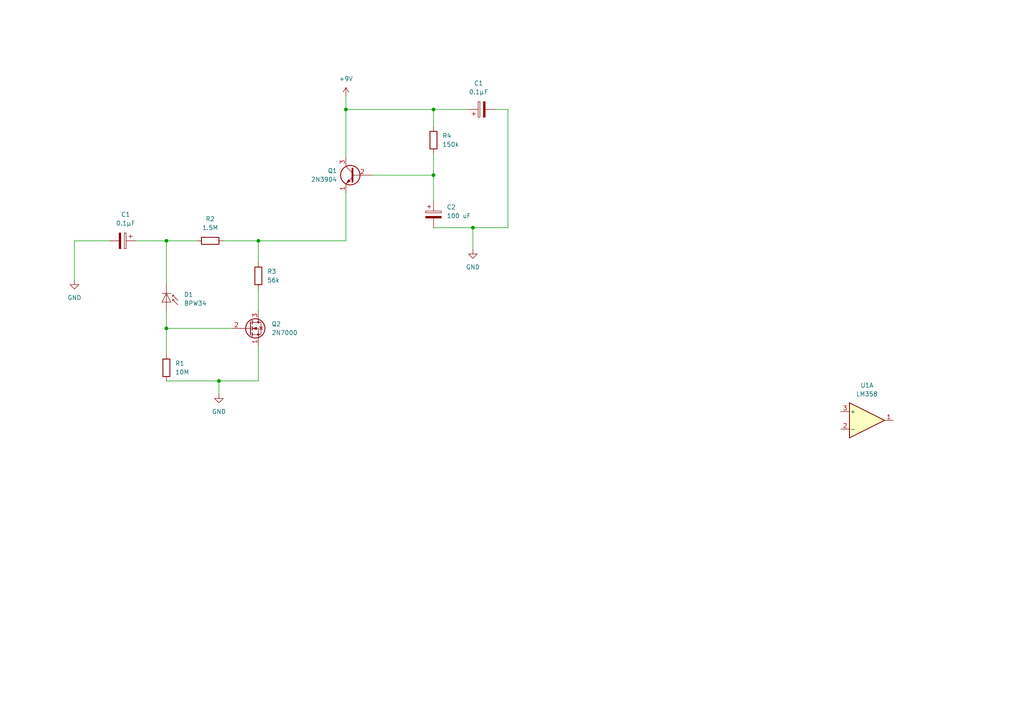
<source format=kicad_sch>
(kicad_sch (version 20211123) (generator eeschema)
  (paper "A4")
  (lib_symbols
    (symbol "Amplifier_Operational:LM358" (pin_names (offset 0.127))
      (property "Reference" "U" (at 0 5.08 0))
      (property "Value" "LM358" (at 0 -5.08 0))
      (symbol "LM358_1_1"
        (polyline (pts (xy -5.08 5.08) (xy 5.08 0) (xy -5.08 -5.08) (xy -5.08 5.08)) (stroke (width 0.254)) (fill (type background)))
        (pin output line (at 7.62 0 180) (length 2.54) (name "~") (number "1"))
        (pin input line (at -7.62 -2.54 0) (length 2.54) (name "-") (number "2"))
        (pin input line (at -7.62 2.54 0) (length 2.54) (name "+") (number "3"))
      )
      (symbol "LM358_2_1"
        (polyline (pts (xy -5.08 5.08) (xy 5.08 0) (xy -5.08 -5.08) (xy -5.08 5.08)) (stroke (width 0.254)) (fill (type background)))
        (pin input line (at -7.62 2.54 0) (length 2.54) (name "+") (number "5"))
        (pin input line (at -7.62 -2.54 0) (length 2.54) (name "-") (number "6"))
        (pin output line (at 7.62 0 180) (length 2.54) (name "~") (number "7"))
      )
      (symbol "LM358_3_1"
        (pin power_in line (at -2.54 -7.62 90) (length 3.81) (name "V-") (number "4"))
        (pin power_in line (at -2.54 7.62 270) (length 3.81) (name "V+") (number "8"))
      )
    )
    (symbol "Device:Buzzer" (pin_names (offset 0.0254) hide)
      (property "Reference" "BZ" (at 3.81 1.27 0))
      (property "Value" "Buzzer" (at 3.81 -1.27 0))
      (symbol "Buzzer_0_1"
        (arc (start 0 -3.175) (mid 3.175 0) (end 0 3.175))
        (polyline (pts (xy -1.651 1.905) (xy -1.143 1.905)))
        (polyline (pts (xy -1.397 2.159) (xy -1.397 1.651)))
        (polyline (pts (xy 0 3.175) (xy 0 -3.175)))
      )
      (symbol "Buzzer_1_1"
        (pin passive line (at -2.54 2.54 0) (length 2.54) (name "-") (number "1"))
        (pin passive line (at -2.54 -2.54 0) (length 2.54) (name "+") (number "2"))
      )
    )
    (symbol "Device:C_Polarized" (pin_numbers hide) (pin_names (offset 0.254))
      (property "Reference" "C" (at 0.635 2.54 0))
      (property "Value" "C_Polarized" (at 0.635 -2.54 0))
      (symbol "C_Polarized_0_1"
        (rectangle (start -2.286 0.508) (end 2.286 1.016))
        (polyline (pts (xy -1.778 2.286) (xy -0.762 2.286)))
        (polyline (pts (xy -1.27 2.794) (xy -1.27 1.778)))
        (rectangle (start 2.286 -0.508) (end -2.286 -1.016) (fill (type outline)))
      )
      (symbol "C_Polarized_1_1"
        (pin passive line (at 0 3.81 270) (length 2.794) (name "~") (number "1"))
        (pin passive line (at 0 -3.81 90) (length 2.794) (name "~") (number "2"))
      )
    )
    (symbol "Device:R" (pin_numbers hide) (pin_names (offset 0))
      (property "Reference" "R" (at 2.032 0 90))
      (property "Value" "R" (at 0 0 90))
      (symbol "R_0_1"
        (rectangle (start -1.016 -2.54) (end 1.016 2.54) (stroke (width 0.254)))
      )
      (symbol "R_1_1"
        (pin passive line (at 0 3.81 270) (length 1.27) (name "~") (number "1"))
        (pin passive line (at 0 -3.81 90) (length 1.27) (name "~") (number "2"))
      )
    )
    (symbol "Device:R_Potentiometer" (pin_names (offset 1.016) hide)
      (property "Reference" "RV" (at -4.445 0 90))
      (property "Value" "R_Potentiometer" (at -2.54 0 90))
      (symbol "R_Potentiometer_0_1"
        (polyline (pts (xy 2.54 0) (xy 1.524 0)))
        (polyline (pts (xy 1.143 0) (xy 2.286 0.508) (xy 2.286 -0.508) (xy 1.143 0)) (fill (type outline)))
        (rectangle (start 1.016 2.54) (end -1.016 -2.54) (stroke (width 0.254)))
      )
      (symbol "R_Potentiometer_1_1"
        (pin passive line (at 0 3.81 270) (length 1.27) (name "1") (number "1"))
        (pin passive line (at 3.81 0 180) (length 1.27) (name "2") (number "2"))
        (pin passive line (at 0 -3.81 90) (length 1.27) (name "3") (number "3"))
      )
    )
    (symbol "Sensor_Optical:BPW34" (pin_numbers hide) (pin_names (offset 1.016) hide)
      (property "Reference" "D" (at 0.508 1.778 0))
      (property "Value" "BPW34" (at -1.016 -2.794 0))
      (symbol "BPW34_0_1"
        (polyline (pts (xy -2.54 1.27) (xy -2.54 -1.27)) (stroke (width 0.1524)))
        (polyline (pts (xy -2.032 1.778) (xy -1.524 1.778)))
        (polyline (pts (xy 0 -1.27) (xy 0 1.27)))
        (polyline (pts (xy 0 0) (xy -2.54 0)))
        (polyline (pts (xy -0.508 3.302) (xy -2.032 1.778) (xy -2.032 2.286)))
        (polyline (pts (xy 0 1.27) (xy -2.54 0) (xy 0 -1.27)))
        (polyline (pts (xy 0.762 3.302) (xy -0.762 1.778) (xy -0.762 2.286) (xy -0.762 1.778) (xy -0.254 1.778)))
      )
      (symbol "BPW34_1_1"
        (pin passive line (at -5.08 0 0) (length 2.54) (name "K") (number "1"))
        (pin passive line (at 2.54 0 180) (length 2.54) (name "A") (number "2"))
      )
    )
    (symbol "Switch:SW_SPST" (pin_names (offset 0) hide)
      (property "Reference" "SW" (at 0 3.175 0))
      (property "Value" "SW_SPST" (at 0 -2.54 0))
      (symbol "SW_SPST_0_0"
        (circle (center -2.032 0) (radius 0.508))
        (polyline (pts (xy -1.524 0.254) (xy 1.524 1.778)))
        (circle (center 2.032 0) (radius 0.508))
      )
      (symbol "SW_SPST_1_1"
        (pin passive line (at -5.08 0 0) (length 2.54) (name "A") (number "1"))
        (pin passive line (at 5.08 0 180) (length 2.54) (name "B") (number "2"))
      )
    )
    (symbol "Transistor_BJT:2N3904" (pin_names (offset 0) hide)
      (property "Reference" "Q" (at 5.08 1.905 0))
      (property "Value" "2N3904" (at 5.08 0 0))
      (symbol "2N3904_0_1"
        (polyline (pts (xy 0.635 0.635) (xy 2.54 2.54)))
        (polyline (pts (xy 0.635 -0.635) (xy 2.54 -2.54) (xy 2.54 -2.54)))
        (polyline (pts (xy 0.635 1.905) (xy 0.635 -1.905) (xy 0.635 -1.905)) (stroke (width 0.508)))
        (polyline (pts (xy 1.27 -1.778) (xy 1.778 -1.27) (xy 2.286 -2.286) (xy 1.27 -1.778) (xy 1.27 -1.778)) (fill (type outline)))
        (circle (center 1.27 0) (radius 2.8194) (stroke (width 0.254)))
      )
      (symbol "2N3904_1_1"
        (pin passive line (at 2.54 -5.08 90) (length 2.54) (name "E") (number "1"))
        (pin passive line (at -5.08 0 0) (length 5.715) (name "B") (number "2"))
        (pin passive line (at 2.54 5.08 270) (length 2.54) (name "C") (number "3"))
      )
    )
    (symbol "Transistor_FET:2N7000" (pin_names hide)
      (property "Reference" "Q" (at 5.08 1.905 0))
      (property "Value" "2N7000" (at 5.08 0 0))
      (symbol "2N7000_0_1"
        (polyline (pts (xy 0.254 0) (xy -2.54 0)))
        (polyline (pts (xy 0.254 1.905) (xy 0.254 -1.905)) (stroke (width 0.254)))
        (polyline (pts (xy 0.762 -1.27) (xy 0.762 -2.286)) (stroke (width 0.254)))
        (polyline (pts (xy 0.762 0.508) (xy 0.762 -0.508)) (stroke (width 0.254)))
        (polyline (pts (xy 0.762 2.286) (xy 0.762 1.27)) (stroke (width 0.254)))
        (polyline (pts (xy 2.54 2.54) (xy 2.54 1.778)))
        (polyline (pts (xy 2.54 -2.54) (xy 2.54 0) (xy 0.762 0)))
        (polyline (pts (xy 0.762 -1.778) (xy 3.302 -1.778) (xy 3.302 1.778) (xy 0.762 1.778)))
        (polyline (pts (xy 1.016 0) (xy 2.032 0.381) (xy 2.032 -0.381) (xy 1.016 0)) (fill (type outline)))
        (polyline (pts (xy 2.794 0.508) (xy 2.921 0.381) (xy 3.683 0.381) (xy 3.81 0.254)))
        (polyline (pts (xy 3.302 0.381) (xy 2.921 -0.254) (xy 3.683 -0.254) (xy 3.302 0.381)))
        (circle (center 1.651 0) (radius 2.794) (stroke (width 0.254)))
        (circle (center 2.54 -1.778) (radius 0.254) (fill (type outline)))
        (circle (center 2.54 1.778) (radius 0.254) (fill (type outline)))
      )
      (symbol "2N7000_1_1"
        (pin passive line (at 2.54 -5.08 90) (length 2.54) (name "S") (number "1"))
        (pin input line (at -5.08 0 0) (length 2.54) (name "G") (number "2"))
        (pin passive line (at 2.54 5.08 270) (length 2.54) (name "D") (number "3"))
      )
    )
    (symbol "power:+9V" (power) (pin_names (offset 0))
      (property "Value" "+9V" (at 0 3.556 0))
      (symbol "+9V_0_1"
        (polyline (pts (xy -0.762 1.27) (xy 0 2.54)))
        (polyline (pts (xy 0 0) (xy 0 2.54)))
        (polyline (pts (xy 0 2.54) (xy 0.762 1.27)))
      )
      (symbol "+9V_1_1"
        (pin power_in line (at 0 0 90) (length 0) hide (name "+9V") (number "1"))
      )
    )
    (symbol "power:GND" (power) (pin_names (offset 0))
      (property "Value" "GND" (at 0 -3.81 0))
      (symbol "GND_0_1"
        (polyline (pts (xy 0 0) (xy 0 -1.27) (xy 1.27 -1.27) (xy 0 -2.54) (xy -1.27 -1.27) (xy 0 -1.27)))
      )
      (symbol "GND_1_1"
        (pin power_in line (at 0 0 270) (length 0) hide (name "GND") (number "1"))
      )
    )
  )
  (junction (at 48.26 69.85))
  (junction (at 48.26 95.25))
  (junction (at 125.73 31.75))
  (junction (at 125.73 50.8))
  (junction (at 100.33 31.75))
  (junction (at 74.93 69.85))
  (junction (at 137.16 66.04))
  (junction (at 63.5 110.49))
  (wire (pts (xy 137.16 66.04) (xy 137.16 72.39)))
  (wire (pts (xy 48.26 69.85) (xy 48.26 82.55)))
  (wire (pts (xy 100.33 55.88) (xy 100.33 69.85)))
  (wire (pts (xy 48.26 69.85) (xy 57.15 69.85)))
  (wire (pts (xy 143.51 31.75) (xy 147.32 31.75)))
  (wire (pts (xy 100.33 69.85) (xy 74.93 69.85)))
  (wire (pts (xy 48.26 95.25) (xy 48.26 102.87)))
  (wire (pts (xy 125.73 31.75) (xy 125.73 36.83)))
  (wire (pts (xy 74.93 83.82) (xy 74.93 90.17)))
  (wire (pts (xy 39.37 69.85) (xy 48.26 69.85)))
  (wire (pts (xy 137.16 66.04) (xy 147.32 66.04)))
  (wire (pts (xy 147.32 31.75) (xy 147.32 66.04)))
  (wire (pts (xy 107.95 50.8) (xy 125.73 50.8)))
  (wire (pts (xy 100.33 27.94) (xy 100.33 31.75)))
  (wire (pts (xy 125.73 50.8) (xy 125.73 58.42)))
  (wire (pts (xy 64.77 69.85) (xy 74.93 69.85)))
  (wire (pts (xy 125.73 31.75) (xy 135.89 31.75)))
  (wire (pts (xy 125.73 66.04) (xy 137.16 66.04)))
  (wire (pts (xy 21.59 81.28) (xy 21.59 69.85)))
  (wire (pts (xy 63.5 110.49) (xy 74.93 110.49)))
  (wire (pts (xy 74.93 100.33) (xy 74.93 110.49)))
  (wire (pts (xy 21.59 69.85) (xy 31.75 69.85)))
  (wire (pts (xy 74.93 69.85) (xy 74.93 76.2)))
  (wire (pts (xy 63.5 110.49) (xy 63.5 114.3)))
  (wire (pts (xy 48.26 90.17) (xy 48.26 95.25)))
  (wire (pts (xy 48.26 110.49) (xy 63.5 110.49)))
  (wire (pts (xy 100.33 31.75) (xy 125.73 31.75)))
  (wire (pts (xy 100.33 31.75) (xy 100.33 45.72)))
  (wire (pts (xy 125.73 44.45) (xy 125.73 50.8)))
  (wire (pts (xy 48.26 95.25) (xy 67.31 95.25)))
  (symbol (lib_id "Device:C_Polarized") (at 125.73 62.23 0) (unit 1)
    (property "Reference" "C2" (at 129.54 60.0709 0) (effects (justify left)))
    (property "Value" "100 uF" (at 129.54 62.6109 0) (effects (justify left)))
    (property "Footprint" "Capacitor_THT:CP_Axial_L10.0mm_D4.5mm_P15.00mm_Horizontal" (effects hide))
  )
  (symbol (lib_id "Device:C_Polarized") (at 139.7 31.75 90) (unit 1)
    (property "Reference" "C1" (at 138.811 24.13 90))
    (property "Value" "0.1µF" (at 138.811 26.67 90))
    (property "Footprint" "Capacitor_THT:CP_Axial_L10.0mm_D4.5mm_P15.00mm_Horizontal" (effects hide))
  )
  (symbol (lib_id "power:GND") (at 332.74 205.74 0) (unit 1)
    (property "Reference" "#PWR?" (effects hide))
    (property "Value" "GND" (at 332.74 210.82 0))
  )
  (symbol (lib_id "power:GND") (at 137.16 72.39 0) (unit 1)
    (property "Reference" "#PWR?" (effects hide))
    (property "Value" "GND" (at 137.16 77.47 0))
  )
  (symbol (lib_id "Transistor_BJT:2N3904") (at 102.87 50.8 0) (mirror y) (unit 1)
    (property "Reference" "Q1" (at 97.79 49.5299 0) (effects (justify left)))
    (property "Value" "2N3904" (at 97.79 52.0699 0) (effects (justify left)))
    (property "Footprint" "Package_TO_SOT_THT:TO-92_Inline" (effects hide))
    (property "Datasheet" "https://www.onsemi.com/pub/Collateral/2N3903-D.PDF" (effects hide))
  )
  (symbol (lib_id "Device:R") (at 60.96 69.85 90) (unit 1)
    (property "Reference" "R2" (at 60.96 63.5 90))
    (property "Value" "1.5M" (at 60.96 66.04 90))
    (property "Footprint" "Resistor_THT:R_Axial_DIN0207_L6.3mm_D2.5mm_P10.16mm_Horizontal" (effects hide))
  )
  (symbol (lib_id "Device:R") (at 125.73 40.64 0) (unit 1)
    (property "Reference" "R4" (at 128.27 39.3699 0) (effects (justify left)))
    (property "Value" "150k" (at 128.27 41.9099 0) (effects (justify left)))
    (property "Footprint" "Resistor_THT:R_Axial_DIN0207_L6.3mm_D2.5mm_P10.16mm_Horizontal" (effects hide))
  )
  (symbol (lib_id "Device:R") (at 334.01 78.74 0) (unit 1)
    (property "Reference" "R5" (at 336.55 77.4699 0) (effects (justify left)))
    (property "Value" "1k" (at 336.55 80.0099 0) (effects (justify left)))
    (property "Footprint" "Resistor_THT:R_Axial_DIN0207_L6.3mm_D2.5mm_P10.16mm_Horizontal" (effects hide))
  )
  (symbol (lib_id "Device:R") (at 48.26 106.68 0) (unit 1)
    (property "Reference" "R1" (at 50.8 105.4099 0) (effects (justify left)))
    (property "Value" "10M" (at 50.8 107.9499 0) (effects (justify left)))
    (property "Footprint" "Resistor_THT:R_Axial_DIN0207_L6.3mm_D2.5mm_P10.16mm_Horizontal" (effects hide))
  )
  (symbol (lib_id "Switch:SW_SPST") (at 306.07 12.7 0) (unit 1)
    (property "Reference" "SW1" (at 306.07 6.35 0))
    (property "Value" "SW_SPST" (at 306.07 8.89 0))
    (property "Footprint" "Button_Switch_THT:SW_DIP_SPSTx01_Piano_10.8x4.1mm_W7.62mm_P2.54mm" (effects hide))
  )
  (symbol (lib_id "Device:C_Polarized") (at 346.71 93.98 0) (unit 1)
    (property "Reference" "C4" (at 350.52 91.8209 0) (effects (justify left)))
    (property "Value" "20nF" (at 350.52 94.3609 0) (effects (justify left)))
    (property "Footprint" "Capacitor_THT:CP_Axial_L10.0mm_D4.5mm_P15.00mm_Horizontal" (effects hide))
  )
  (symbol (lib_id "Transistor_FET:2N7000") (at 72.39 95.25 0) (unit 1)
    (property "Reference" "Q2" (at 78.74 93.9799 0) (effects (justify left)))
    (property "Value" "2N7000" (at 78.74 96.5199 0) (effects (justify left)))
    (property "Footprint" "Package_TO_SOT_THT:TO-92_Inline" (effects hide))
    (property "Datasheet" "https://www.onsemi.com/pub/Collateral/NDS7002A-D.PDF" (effects hide))
  )
  (symbol (lib_id "Device:Buzzer") (at 356.87 68.58 0) (unit 1)
    (property "Reference" "BZ1" (at 360.68 67.3099 0) (effects (justify left)))
    (property "Value" "Buzzer" (at 360.68 69.8499 0) (effects (justify left)))
    (property "Footprint" "Buzzer_Beeper:Buzzer_15x7.5RM7.6" (effects hide))
  )
  (symbol (lib_id "Sensor_Optical:BPW34") (at 48.26 87.63 270) (unit 1)
    (property "Reference" "D1" (at 53.34 85.4328 90) (effects (justify left)))
    (property "Value" "BPW34" (at 53.34 87.9728 90) (effects (justify left)))
    (property "Footprint" "OptoDevice:Osram_DIL2_4.3x4.65mm_P5.08mm" (effects hide))
    (property "Datasheet" "http://www.vishay.com/docs/81521/bpw34.pdf" (effects hide))
  )
  (symbol (lib_id "Device:R") (at 74.93 80.01 0) (unit 1)
    (property "Reference" "R3" (at 77.47 78.7399 0) (effects (justify left)))
    (property "Value" "56k" (at 77.47 81.2799 0) (effects (justify left)))
    (property "Footprint" "Resistor_THT:R_Axial_DIN0207_L6.3mm_D2.5mm_P10.16mm_Horizontal" (effects hide))
  )
  (symbol (lib_id "power:GND") (at 21.59 81.28 0) (unit 1)
    (property "Reference" "#PWR?" (effects hide))
    (property "Value" "GND" (at 21.59 86.36 0))
  )
  (symbol (lib_id "Amplifier_Operational:LM358") (at 251.46 121.92 0) (unit 1)
    (property "Reference" "U1" (at 251.46 111.76 0))
    (property "Value" "LM358" (at 251.46 114.3 0))
    (property "Footprint" "Package_DIP:DIP-8_W7.62mm" (effects hide))
    (property "Datasheet" "http://www.ti.com/lit/ds/symlink/lm2904-n.pdf" (effects hide))
  )
  (symbol (lib_id "power:GND") (at 330.2 190.5 0) (unit 1)
    (property "Reference" "#PWR?" (effects hide))
    (property "Value" "GND" (at 330.2 195.58 0))
  )
  (symbol (lib_id "Device:C_Polarized") (at 358.14 80.01 0) (unit 1)
    (property "Reference" "C3" (at 361.95 77.8509 0) (effects (justify left)))
    (property "Value" "0.01µF" (at 361.95 80.3909 0) (effects (justify left)))
    (property "Footprint" "Capacitor_THT:CP_Axial_L10.0mm_D4.5mm_P15.00mm_Horizontal" (effects hide))
  )
  (symbol (lib_id "power:GND") (at 63.5 114.3 0) (unit 1)
    (property "Reference" "#PWR?" (effects hide))
    (property "Value" "GND" (at 63.5 119.38 0))
  )
  (symbol (lib_id "Device:C_Polarized") (at 35.56 69.85 270) (unit 1)
    (property "Reference" "C1" (at 36.449 62.23 90))
    (property "Value" "0.1µF" (at 36.449 64.77 90))
    (property "Footprint" "Capacitor_THT:CP_Axial_L10.0mm_D4.5mm_P15.00mm_Horizontal" (effects hide))
  )
  (symbol (lib_id "power:+9V") (at 100.33 27.94 0) (unit 1)
    (property "Reference" "#PWR?" (effects hide))
    (property "Value" "+9V" (at 100.33 22.86 0))
  )
  (symbol (lib_id "Device:R_Potentiometer") (at 322.58 137.16 0) (unit 1)
    (property "Reference" "RV1" (at 320.04 135.8899 0) (effects (justify right)))
    (property "Value" "250kΩ" (at 320.04 138.4299 0) (effects (justify right)))
    (property "Footprint" "Potentiometer_THT:Potentiometer_Vishay_T7-YA_Single_Vertical" (effects hide))
  )
)
</source>
